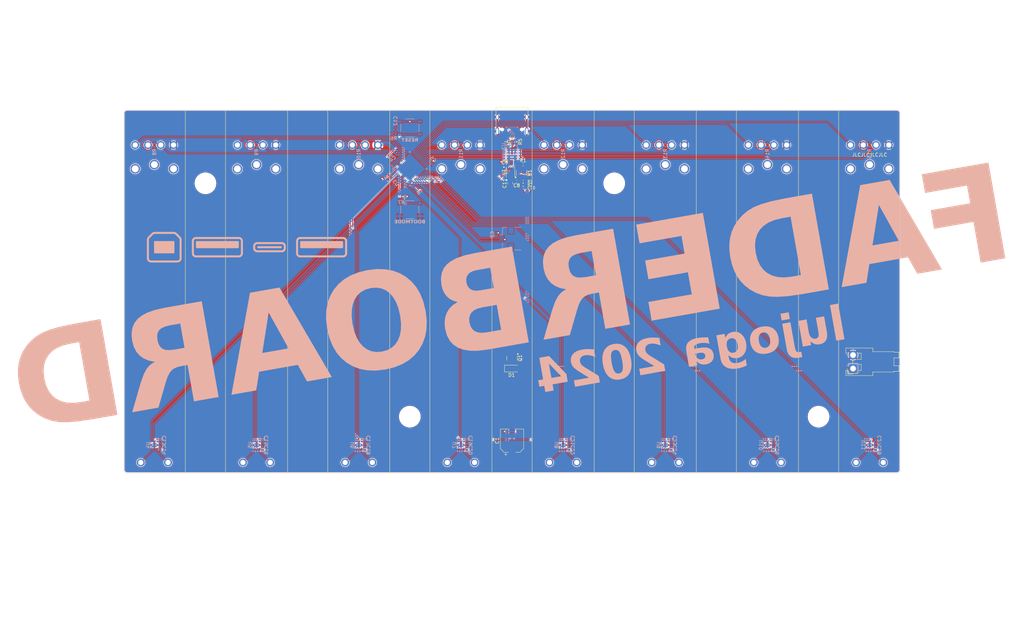
<source format=kicad_pcb>
(kicad_pcb
	(version 20240108)
	(generator "pcbnew")
	(generator_version "8.0")
	(general
		(thickness 1.6)
		(legacy_teardrops no)
	)
	(paper "A4")
	(layers
		(0 "F.Cu" signal)
		(31 "B.Cu" signal)
		(32 "B.Adhes" user "B.Adhesive")
		(33 "F.Adhes" user "F.Adhesive")
		(34 "B.Paste" user)
		(35 "F.Paste" user)
		(36 "B.SilkS" user "B.Silkscreen")
		(37 "F.SilkS" user "F.Silkscreen")
		(38 "B.Mask" user)
		(39 "F.Mask" user)
		(40 "Dwgs.User" user "User.Drawings")
		(41 "Cmts.User" user "User.Comments")
		(42 "Eco1.User" user "User.Eco1")
		(43 "Eco2.User" user "User.Eco2")
		(44 "Edge.Cuts" user)
		(45 "Margin" user)
		(46 "B.CrtYd" user "B.Courtyard")
		(47 "F.CrtYd" user "F.Courtyard")
		(48 "B.Fab" user)
		(49 "F.Fab" user)
		(50 "User.1" user)
		(51 "User.2" user)
		(52 "User.3" user)
		(53 "User.4" user)
		(54 "User.5" user)
		(55 "User.6" user)
		(56 "User.7" user)
		(57 "User.8" user)
		(58 "User.9" user)
	)
	(setup
		(stackup
			(layer "F.SilkS"
				(type "Top Silk Screen")
				(color "White")
			)
			(layer "F.Paste"
				(type "Top Solder Paste")
			)
			(layer "F.Mask"
				(type "Top Solder Mask")
				(color "Green")
				(thickness 0.01)
			)
			(layer "F.Cu"
				(type "copper")
				(thickness 0.035)
			)
			(layer "dielectric 1"
				(type "core")
				(thickness 1.51)
				(material "FR4")
				(epsilon_r 4.5)
				(loss_tangent 0.02)
			)
			(layer "B.Cu"
				(type "copper")
				(thickness 0.035)
			)
			(layer "B.Mask"
				(type "Bottom Solder Mask")
				(color "Green")
				(thickness 0.01)
			)
			(layer "B.Paste"
				(type "Bottom Solder Paste")
			)
			(layer "B.SilkS"
				(type "Bottom Silk Screen")
				(color "White")
			)
			(copper_finish "ENIG")
			(dielectric_constraints no)
		)
		(pad_to_mask_clearance 0)
		(allow_soldermask_bridges_in_footprints no)
		(pcbplotparams
			(layerselection 0x00010fc_ffffffff)
			(plot_on_all_layers_selection 0x0000000_00000000)
			(disableapertmacros no)
			(usegerberextensions yes)
			(usegerberattributes yes)
			(usegerberadvancedattributes yes)
			(creategerberjobfile no)
			(dashed_line_dash_ratio 12.000000)
			(dashed_line_gap_ratio 3.000000)
			(svgprecision 6)
			(plotframeref no)
			(viasonmask no)
			(mode 1)
			(useauxorigin no)
			(hpglpennumber 1)
			(hpglpenspeed 20)
			(hpglpendiameter 15.000000)
			(pdf_front_fp_property_popups yes)
			(pdf_back_fp_property_popups yes)
			(dxfpolygonmode yes)
			(dxfimperialunits yes)
			(dxfusepcbnewfont yes)
			(psnegative no)
			(psa4output no)
			(plotreference yes)
			(plotvalue yes)
			(plotfptext yes)
			(plotinvisibletext no)
			(sketchpadsonfab no)
			(subtractmaskfromsilk yes)
			(outputformat 1)
			(mirror no)
			(drillshape 0)
			(scaleselection 1)
			(outputdirectory "gerber/")
		)
	)
	(net 0 "")
	(net 1 "VDC")
	(net 2 "GND")
	(net 3 "+3V3")
	(net 4 "Net-(U1-LX)")
	(net 5 "/NRST")
	(net 6 "/BOOT0")
	(net 7 "/USART1_RX")
	(net 8 "/USART1_TX")
	(net 9 "Net-(U1-BS)")
	(net 10 "unconnected-(RV1-MountPin-PadMP)")
	(net 11 "unconnected-(RV1-MountPin-PadMP)_0")
	(net 12 "unconnected-(RV1-MountPin-PadMP)_1")
	(net 13 "unconnected-(RV2-MountPin-PadMP)")
	(net 14 "unconnected-(RV2-MountPin-PadMP)_0")
	(net 15 "unconnected-(RV2-MountPin-PadMP)_1")
	(net 16 "unconnected-(RV3-MountPin-PadMP)")
	(net 17 "unconnected-(RV3-MountPin-PadMP)_0")
	(net 18 "unconnected-(RV3-MountPin-PadMP)_1")
	(net 19 "VBUS")
	(net 20 "Net-(U1-FB)")
	(net 21 "Net-(D1-A)")
	(net 22 "Net-(J1-D+-PadA6)")
	(net 23 "Net-(J1-CC1)")
	(net 24 "unconnected-(J1-SBU2-PadB8)")
	(net 25 "Net-(J1-D--PadA7)")
	(net 26 "Net-(J1-CC2)")
	(net 27 "unconnected-(J1-SBU1-PadA8)")
	(net 28 "unconnected-(J2-MountPin-PadMP)")
	(net 29 "unconnected-(J2-MountPin-PadMP)_0")
	(net 30 "Net-(U1-EN)")
	(net 31 "TOUCH1")
	(net 32 "TOUCH2")
	(net 33 "TOUCH3")
	(net 34 "unconnected-(RV4-MountPin-PadMP)")
	(net 35 "unconnected-(RV4-MountPin-PadMP)_0")
	(net 36 "unconnected-(RV4-MountPin-PadMP)_1")
	(net 37 "unconnected-(RV5-MountPin-PadMP)")
	(net 38 "unconnected-(RV5-MountPin-PadMP)_0")
	(net 39 "unconnected-(RV5-MountPin-PadMP)_1")
	(net 40 "unconnected-(RV6-MountPin-PadMP)")
	(net 41 "unconnected-(RV6-MountPin-PadMP)_0")
	(net 42 "unconnected-(RV6-MountPin-PadMP)_1")
	(net 43 "unconnected-(RV7-MountPin-PadMP)")
	(net 44 "unconnected-(RV7-MountPin-PadMP)_0")
	(net 45 "unconnected-(RV7-MountPin-PadMP)_1")
	(net 46 "unconnected-(RV8-MountPin-PadMP)")
	(net 47 "unconnected-(RV8-MountPin-PadMP)_0")
	(net 48 "unconnected-(RV8-MountPin-PadMP)_1")
	(net 49 "TOUCH4")
	(net 50 "TOUCH5")
	(net 51 "TOUCH6")
	(net 52 "TOUCH7")
	(net 53 "TOUCH8")
	(net 54 "/Faders and motor control/B1")
	(net 55 "ADC1")
	(net 56 "/Faders and motor control/A1")
	(net 57 "/Faders and motor control/A2")
	(net 58 "/Faders and motor control/B2")
	(net 59 "ADC2")
	(net 60 "ADC3")
	(net 61 "/Faders and motor control/B3")
	(net 62 "/Faders and motor control/A3")
	(net 63 "ADC4")
	(net 64 "/Faders and motor control/A4")
	(net 65 "/Faders and motor control/B4")
	(net 66 "ADC5")
	(net 67 "/Faders and motor control/A5")
	(net 68 "/Faders and motor control/B5")
	(net 69 "/Faders and motor control/B6")
	(net 70 "ADC6")
	(net 71 "/Faders and motor control/A6")
	(net 72 "/Faders and motor control/B7")
	(net 73 "/Faders and motor control/A7")
	(net 74 "ADC7")
	(net 75 "/Faders and motor control/A8")
	(net 76 "ADC8")
	(net 77 "/Faders and motor control/B8")
	(net 78 "PWM7")
	(net 79 "DIR1")
	(net 80 "PWM5")
	(net 81 "DIR6")
	(net 82 "PWM1")
	(net 83 "PWM3")
	(net 84 "DIR8")
	(net 85 "PWM6")
	(net 86 "PWM8")
	(net 87 "NSLEEP")
	(net 88 "PWM4")
	(net 89 "DIR7")
	(net 90 "PWM2")
	(net 91 "DIR2")
	(net 92 "/USB_D+")
	(net 93 "/USB_D-")
	(net 94 "SWDIO{slash}DIR5")
	(net 95 "SWCLK{slash}DIR4")
	(net 96 "DIR3")
	(footprint "Package_TO_SOT_SMD:SOT-23" (layer "F.Cu") (at 147.5 97.56 -90))
	(footprint "Capacitor_SMD:CP_Elec_6.3x7.7" (layer "F.Cu") (at 147.5 121.79 90))
	(footprint "faderboard:Fader_Alps_RSA0N11M9A0J" (layer "F.Cu") (at 72.5 35))
	(footprint "Capacitor_SMD:C_0805_2012Metric" (layer "F.Cu") (at 148.11 40.175 180))
	(footprint "Inductor_SMD:L_Sunlord_SWPA252012S" (layer "F.Cu") (at 147.065 42.8925 -90))
	(footprint "Package_TO_SOT_SMD:SOT-23-6" (layer "F.Cu") (at 150.3 43.205 90))
	(footprint "faderboard:Fader_Alps_RSA0N11M9A0J" (layer "F.Cu") (at 222.5 35))
	(footprint "Capacitor_SMD:C_0402_1005Metric" (layer "F.Cu") (at 150.775 47.595))
	(footprint "Capacitor_SMD:C_0402_1005Metric" (layer "F.Cu") (at 148.87 45.715 180))
	(footprint "Capacitor_SMD:C_0805_2012Metric" (layer "F.Cu") (at 146.98 46.2425 -90))
	(footprint "faderboard:Fader_Alps_RSA0N11M9A0J" (layer "F.Cu") (at 42.5 35))
	(footprint "MountingHole:MountingHole_3.2mm_M3" (layer "F.Cu") (at 117.5 114.75))
	(footprint "MountingHole:MountingHole_3.2mm_M3" (layer "F.Cu") (at 177.5 46.25))
	(footprint "faderboard:Fader_Alps_RSA0N11M9A0J" (layer "F.Cu") (at 252.5 35))
	(footprint "Resistor_SMD:R_0402_1005Metric" (layer "F.Cu") (at 150.775 45.725 180))
	(footprint "faderboard:Fader_Alps_RSA0N11M9A0J" (layer "F.Cu") (at 162.5 35))
	(footprint "Resistor_SMD:R_0402_1005Metric" (layer "F.Cu") (at 150.74 40.685))
	(footprint "Resistor_SMD:R_0402_1005Metric" (layer "F.Cu") (at 148.75 34.04 -90))
	(footprint "faderboard:Fader_Alps_RSA0N11M9A0J" (layer "F.Cu") (at 102.5 35))
	(footprint "MountingHole:MountingHole_3.2mm_M3" (layer "F.Cu") (at 57.5 46.25))
	(footprint "Connector_USB:USB_C_Receptacle_HRO_TYPE-C-31-M-12" (layer "F.Cu") (at 147.5 27.84 180))
	(footprint "Connector_JST:JST_VH_S2P-VH_1x02_P3.96mm_Horizontal" (layer "F.Cu") (at 247.625 100.63 90))
	(footprint "faderboard:Fader_Alps_RSA0N11M9A0J" (layer "F.Cu") (at 132.5 35))
	(footprint "Resistor_SMD:R_0402_1005Metric" (layer "F.Cu") (at 150.775 46.665))
	(footprint "Diode_SMD:D_SOD-123F" (layer "F.Cu") (at 147.5 100.63))
	(footprint "Resistor_SMD:R_0402_1005Metric" (layer "F.Cu") (at 145.75 34.04 -90))
	(footprint "faderboard:Fader_Alps_RSA0N11M9A0J" (layer "F.Cu") (at 192.5 35))
	(footprint "MountingHole:MountingHole_3.2mm_M3" (layer "F.Cu") (at 237.5 114.75))
	(footprint "Package_SON:WSON-8-1EP_2x2mm_P0.5mm_EP0.9x1.6mm_ThermalVias" (layer "B.Cu") (at 252.5 123.1 90))
	(footprint "Capacitor_SMD:C_0402_1005Metric" (layer "B.Cu") (at 224.21 122.19 -90))
	(footprint "faderboard:Jushuo_AFC01-S04FCx-00_1x04-1MP_P0.50mm_Horizontal" (layer "B.Cu") (at 147.5 62.5 -90))
	(footprint "Resistor_SMD:R_0402_1005Metric" (layer "B.Cu") (at 112.78 31.875))
	(footprint "Package_SON:WSON-8-1EP_2x2mm_P0.5mm_EP0.9x1.6mm_ThermalVias" (layer "B.Cu") (at 102.5 123.1 90))
	(footprint "Capacitor_SMD:C_0402_1005Metric" (layer "B.Cu") (at 224.21 124.01 90))
	(footprint "Capacitor_SMD:C_0402_1005Metric" (layer "B.Cu") (at 194.21 122.19 -90))
	(footprint "Capacitor_SMD:C_0402_1005Metric" (layer "B.Cu") (at 104.21 124.01 90))
	(footprint "Package_SON:WSON-8-1EP_2x2mm_P0.5mm_EP0.9x1.6mm_ThermalVias"
		(layer "B.Cu")
		(uuid "3a87fa2e-2783-4786-bb91-75bddbfaa829")
		(at 132.5 123.1 90)
		(descr "8-Lead Plastic WSON, 2x2mm Body, 0.5mm Pitch, WSON-8, http://www.ti.com/lit/ds/symlink/lm27761.pdf")
		(tags "WSON 8 1EP ThermalVias")
		(property "Reference" "U7"
			(at 0 -1.9 -90)
			(layer "B.SilkS")
			(uuid "f2b7fdee-81de-4742-a2e9-73168582ff74")
			(effects
				(font
					(size 1 1)
					(thickness 0.15)
				)
				(justify mirror)
			)
		)
		(property "Value" "DRV8838"
			(at 0.01 -2.14 -90)
			(layer "B.Fab")
			(uuid "a923cc21-fbbd-4f27-a7cb-4b9dd710e8d5")
			(effects
				(font
					(size 1 1)
					(thickness 0.15)
				)
				(justify mirror)
			)
		)
		(property "Footprint" "Package_SON:WSON-8-1EP_2x2mm_P0.5mm_EP0.9x1.6mm_ThermalVias"
			(at 0 0 -90)
			(unlocked yes)
			(layer "B.Fab")
			(hide yes)
			(uuid "dc0b0bbd-aceb-4a9e-80de-8112ed901dbc")
			(effects
				(font
					(size 1.27 1.27)
					(thickness 0.15)
				)
				(justify mirror)
			)
		)
		(property "Datasheet" "http://www.ti.com/lit/ds/symlink/drv8837.pdf"
			(at 0 0 -90)
			(unlocked yes)
			(layer "B.Fab")
			(hide yes)
			(uuid "b154cd45-0676-42fb-adde-07af963c4583")
			(effects
				(font
					(size 1.27 1.27)
					(thickness 0.15)
				)
				(justify mirror)
			)
		)
		(property "Description" "H-Bridge driver, 1.8A, Low Voltage, PH/EN input, WSON-8"
			(at 0 0 -90)
			(unlocked yes)
			(layer "B.Fab")
			(hide yes)
			(uuid "1948780d-d1e4-4d08-9870-c8db7a48c06a")
			(effects
				(font
					(size 1.27 1.27)
					(thickness 0.15)
				)
				(justify mirror)
			)
		)
		(property ki_fp_filters "WSON*1EP*2x2mm*P0.5mm*")
		(path "/7e98d2d8-242d-4e31-bdce-eea112b90cb9/f40fa12b-d48a-4c6d-a008-2a0b1063af08")
		(sheetname "Faders and motor control")
		(sheetfile "faders.kicad_sch")
		(attr smd)
		(fp_line
			(start 1 -1.14)
			(end -1 -1.14)
			(stroke
				(width 0.12)
				(type solid)
			)
			(layer "B.SilkS")
			(uuid "ac5ecf47-5fa5-4afc-8502-3c220987f39c")
		)
		(fp_line
			(start 0.99 1.14)
			(end -1.01 1.14)
			(stroke
				(width 0.12)
				(type solid)
			)
			(layer "B.SilkS")
			(uuid "45147fb2-acc2-4560-ab03-e8d025f780a5")
		)
		(fp_poly
			(pts
				(xy -1.37 1.07) (xy -1.65 1.07) (xy -1.37 1.35) (xy -1.37 1.07)
			)
			(stroke
				(width 0.12)
				(type solid)
			)
			(fill solid)
			(layer "B.SilkS")
			(uuid "dd84f7e7-b51d-4bdb-84aa-8187ad9795ab")
		)
		(fp_line
			(start 1.6 -1.25)
			(end -1.6 -1.25)
			(stroke
				(width 0.05)
				(type solid)
			)
			(layer "B.CrtYd")
			(uuid "161b3adc-392f-4afb-bd6e-4187335410ca")
		)
		(fp_line
			(start 1.6 -1.25)
			(end 1.6 1.25)
			(stroke
				(width 0.05)
				(type solid)
			)
			(layer "B.CrtYd")
			(uuid "93d715d0-69ec-4782-8d71-bcb642ba1920")
		)
		(fp_line
			(start -1.6 -1.25)
			(end -1.6 1.25)
			(stroke
				(width 0.05)
				(type solid)
			)
			(layer "B.CrtYd")
			(uuid "7212b1d5-b70b-4cb5-966a-77990a100cc4")
		)
		(fp_line
			(start 1.6 1.25)
			(end -1.6 1.25)
			(stroke
				(width 0.05)
				(type solid)
			)
			(layer "B.CrtYd")
			(uuid "88608835-c5cb-423e-a39b-744f1de4eae5")
		)
		(fp_line
			(start 1 -1)
			(end 1 1)
			(stroke
				(width 0.1)
				(type solid)
			)
			(layer "B.Fab")
			(uuid "76861bda-b166-41cd-8c4b-f6ed017cf074")
		)
		(fp_line
			(start -1 -1)
			(end 1 -1)
			(stroke
				(width 0.1)
				(type solid)
			)
			(layer "B.Fab")
			(uuid "6de03afd-4cbd-4071-b311-c9938569a96e")
		)
		(fp_line
			(start -1 0.5)
			(end -1 -1)
			(stroke
				(width 0.1)
				(type solid)
			)
			(layer "B.Fab")
			(uuid "b6bbcb8f-cfb9-4425-aa9e-44224e8a5ed9")
		)
		(fp_line
			(start -1 0.5)
			(end -0.5 1)
			(stroke
				(width 0.1)
				(type solid)
			)
			(layer "B.Fab")
			(uuid "fe6bb5f7-2d86-410b-9796-5acdb7be9c4f")
		)
		(fp_line
			(start 1 1)
			(end -0.5 1)
			(stroke
				(width 0.1)
				(type solid)
			)
			(layer "B.Fab")
			(uuid "b540d12a-33d0-4a34-9262-61812c4bd8a0")
		)
		(fp_text user "${REFERENCE}"
			(at 0 0 -90)
			(layer "B.Fab")
			(uuid "49cf857a-c441-4cb6-bca9-62afb6994d2a")
			(effects
				(font
					(size 0.7 0.7)
					(thickness 0.1)
				)
				(justify mirror)
			)
		)
		(pad "" smd rect
			(at 0 -0.4 90)
			(size 0.75 0.65)
			(layers "B.Paste")
			(uuid "3e478de3-efdf-48ec-91ce-c90947725707")
		)
		(pad "" smd rect
			(at 0 0.4 90)
			(size 0.75 0.65)
			(layers "B.Paste")
			(uuid "620f942c-f40e-4e18-aefd-682c78252fef")
		)
		(pad "1" smd roundrect
			(at -0.95 0.75 90)
			(size 0.5 0.25)
			(layers "B.Cu" "B.Paste" "B.Mask")
			(roundrect_rratio 0.25)
			(net 1 "VDC")
			(pinfunction "VM")
			(pintype "power_in")
			(uuid "52e4ba0d-b520-4ee7-a63f-c3ebcf701571")
		)
		(pad "2" smd roundrect
			(at -0.95 0.25 90)
			(size 0.5 0.25)
			(layers "B.Cu" "B.Paste" "B.Mask")
			(roundrect_rratio 0.25)
			(net 64 "/Faders and motor control/A4")
			(pinfunction "OUT1")
			(pintype "output")
			(uuid "8c5711c6-2af5-400d-8dbb-0f03ea058a00")
		)
		(pad "3" smd roundrect
			(at -0.95 -0.25 90)
			(size 0.5 0.25)
			(layers "B.Cu" "B.Paste" "B.Mask")
			(roundrect_rratio 0.25)
			(net 65 "/Faders and motor control/B4")
			(pinfunction "OUT2")
			(pintype "output")
			(uuid "68a2a6af-4454-4803-9081-06f8fe19c06d")
		)
		(pad "4" smd roundrect
			(at -0.95 -0.75 90)
			(size 0.5 0.25)
			(layers "B.Cu" "B.Paste" "B.Mask")
			(roundrect_rratio 0.25)
			(net 2 "GND")
			(pinfunction "GND")
			(pintype "power_in")
			(uuid "caa83fb0-f7cf-406e-b2e2-8d01ff3dc83f")
		)
		(pad "5" smd roundrect
			(at 0.95 -0.75 90)
			(size 0.5 0.25)
... [874012 chars truncated]
</source>
